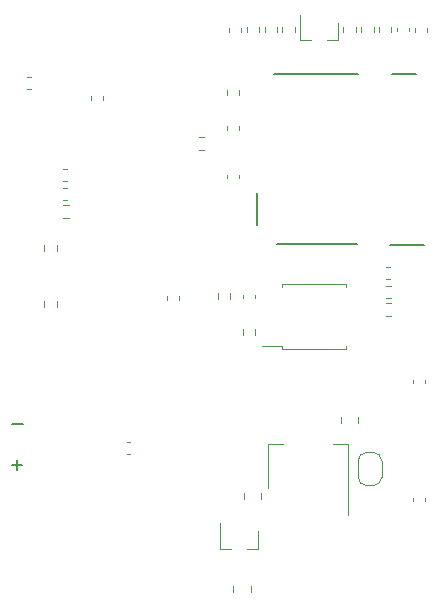
<source format=gbr>
G04 #@! TF.GenerationSoftware,KiCad,Pcbnew,(5.1.7)-1*
G04 #@! TF.CreationDate,2021-03-01T18:39:25+01:00*
G04 #@! TF.ProjectId,Zeggreus,5a656767-7265-4757-932e-6b696361645f,rev?*
G04 #@! TF.SameCoordinates,Original*
G04 #@! TF.FileFunction,Legend,Bot*
G04 #@! TF.FilePolarity,Positive*
%FSLAX46Y46*%
G04 Gerber Fmt 4.6, Leading zero omitted, Abs format (unit mm)*
G04 Created by KiCad (PCBNEW (5.1.7)-1) date 2021-03-01 18:39:25*
%MOMM*%
%LPD*%
G01*
G04 APERTURE LIST*
%ADD10C,0.200000*%
%ADD11C,0.120000*%
%ADD12C,0.150000*%
G04 APERTURE END LIST*
D10*
X129465714Y-100664285D02*
X130380000Y-100664285D01*
X129415714Y-104164285D02*
X130330000Y-104164285D01*
X129872857Y-103707142D02*
X129872857Y-104621428D01*
D11*
X158750000Y-103800000D02*
X158750000Y-105200000D01*
X159450000Y-105900000D02*
X160050000Y-105900000D01*
X160750000Y-105200000D02*
X160750000Y-103800000D01*
X160050000Y-103100000D02*
X159450000Y-103100000D01*
X158750000Y-105200000D02*
G75*
G03*
X159450000Y-105900000I700000J0D01*
G01*
X160050000Y-105900000D02*
G75*
G03*
X160750000Y-105200000I0J700000D01*
G01*
X160750000Y-103800000D02*
G75*
G03*
X160050000Y-103100000I-700000J0D01*
G01*
X159450000Y-103100000D02*
G75*
G03*
X158750000Y-103800000I0J-700000D01*
G01*
X132177500Y-90287742D02*
X132177500Y-90762258D01*
X133222500Y-90287742D02*
X133222500Y-90762258D01*
X132177500Y-85537742D02*
X132177500Y-86012258D01*
X133222500Y-85537742D02*
X133222500Y-86012258D01*
X153372500Y-67062742D02*
X153372500Y-67537258D01*
X152327500Y-67062742D02*
X152327500Y-67537258D01*
X130734420Y-71340000D02*
X131015580Y-71340000D01*
X130734420Y-72360000D02*
X131015580Y-72360000D01*
X163060000Y-67159420D02*
X163060000Y-67440580D01*
X162040000Y-67159420D02*
X162040000Y-67440580D01*
X136106000Y-73232580D02*
X136106000Y-72951420D01*
X137126000Y-73232580D02*
X137126000Y-72951420D01*
X134237258Y-82177500D02*
X133762742Y-82177500D01*
X134237258Y-83222500D02*
X133762742Y-83222500D01*
X151872500Y-67537258D02*
X151872500Y-67062742D01*
X150827500Y-67537258D02*
X150827500Y-67062742D01*
X150246000Y-111252000D02*
X149316000Y-111252000D01*
X147086000Y-111252000D02*
X148016000Y-111252000D01*
X147086000Y-111252000D02*
X147086000Y-109092000D01*
X150246000Y-111252000D02*
X150246000Y-109792000D01*
X150551000Y-107053252D02*
X150551000Y-106530748D01*
X149081000Y-107053252D02*
X149081000Y-106530748D01*
X145237742Y-76427500D02*
X145712258Y-76427500D01*
X145237742Y-77472500D02*
X145712258Y-77472500D01*
X148688500Y-72379742D02*
X148688500Y-72854258D01*
X147643500Y-72379742D02*
X147643500Y-72854258D01*
X146877500Y-90112258D02*
X146877500Y-89637742D01*
X147922500Y-90112258D02*
X147922500Y-89637742D01*
X149302500Y-67537258D02*
X149302500Y-67062742D01*
X150347500Y-67537258D02*
X150347500Y-67062742D01*
X161553258Y-90014500D02*
X161078742Y-90014500D01*
X161553258Y-88969500D02*
X161078742Y-88969500D01*
X161553258Y-91514500D02*
X161078742Y-91514500D01*
X161553258Y-90469500D02*
X161078742Y-90469500D01*
X148993500Y-93154258D02*
X148993500Y-92679742D01*
X150038500Y-93154258D02*
X150038500Y-92679742D01*
X148181000Y-114380748D02*
X148181000Y-114903252D01*
X149651000Y-114380748D02*
X149651000Y-114903252D01*
X158751000Y-100603252D02*
X158751000Y-100080748D01*
X157281000Y-100603252D02*
X157281000Y-100080748D01*
X157511500Y-67070742D02*
X157511500Y-67545258D01*
X158556500Y-67070742D02*
X158556500Y-67545258D01*
X159011500Y-67070742D02*
X159011500Y-67545258D01*
X160056500Y-67070742D02*
X160056500Y-67545258D01*
X160511500Y-67070742D02*
X160511500Y-67545258D01*
X161556500Y-67070742D02*
X161556500Y-67545258D01*
X157030000Y-68210000D02*
X156100000Y-68210000D01*
X153870000Y-68210000D02*
X154800000Y-68210000D01*
X153870000Y-68210000D02*
X153870000Y-66050000D01*
X157030000Y-68210000D02*
X157030000Y-66750000D01*
X148660000Y-79865580D02*
X148660000Y-79584420D01*
X147640000Y-79865580D02*
X147640000Y-79584420D01*
X148810000Y-67462779D02*
X148810000Y-67137221D01*
X147790000Y-67462779D02*
X147790000Y-67137221D01*
D12*
X150216000Y-81142000D02*
X150216000Y-83842000D01*
X151916000Y-85442000D02*
X158616000Y-85442000D01*
X151616000Y-71042000D02*
X158716000Y-71042000D01*
X161616000Y-71042000D02*
X163616000Y-71042000D01*
X161416000Y-85542000D02*
X164316000Y-85542000D01*
D11*
X147656000Y-75466721D02*
X147656000Y-75792279D01*
X148676000Y-75466721D02*
X148676000Y-75792279D01*
X155016000Y-88867000D02*
X157741000Y-88867000D01*
X157741000Y-88867000D02*
X157741000Y-89127000D01*
X155016000Y-88867000D02*
X152291000Y-88867000D01*
X152291000Y-88867000D02*
X152291000Y-89127000D01*
X155016000Y-94317000D02*
X157741000Y-94317000D01*
X157741000Y-94317000D02*
X157741000Y-94057000D01*
X155016000Y-94317000D02*
X152291000Y-94317000D01*
X152291000Y-94317000D02*
X152291000Y-94057000D01*
X152291000Y-94057000D02*
X150616000Y-94057000D01*
X161137221Y-88410000D02*
X161462779Y-88410000D01*
X161137221Y-87390000D02*
X161462779Y-87390000D01*
X157926000Y-108392000D02*
X157926000Y-102382000D01*
X151106000Y-106142000D02*
X151106000Y-102382000D01*
X157926000Y-102382000D02*
X156666000Y-102382000D01*
X151106000Y-102382000D02*
X152366000Y-102382000D01*
X150026000Y-89741721D02*
X150026000Y-90067279D01*
X149006000Y-89741721D02*
X149006000Y-90067279D01*
X163406000Y-107254779D02*
X163406000Y-106929221D01*
X164426000Y-107254779D02*
X164426000Y-106929221D01*
X133803221Y-80160000D02*
X134128779Y-80160000D01*
X133803221Y-79140000D02*
X134128779Y-79140000D01*
X163590000Y-67462779D02*
X163590000Y-67137221D01*
X164610000Y-67462779D02*
X164610000Y-67137221D01*
X142540000Y-89837221D02*
X142540000Y-90162779D01*
X143560000Y-89837221D02*
X143560000Y-90162779D01*
X139478779Y-102248000D02*
X139153221Y-102248000D01*
X139478779Y-103268000D02*
X139153221Y-103268000D01*
X134112779Y-80690000D02*
X133787221Y-80690000D01*
X134112779Y-81710000D02*
X133787221Y-81710000D01*
X163406000Y-97254779D02*
X163406000Y-96929221D01*
X164426000Y-97254779D02*
X164426000Y-96929221D01*
M02*

</source>
